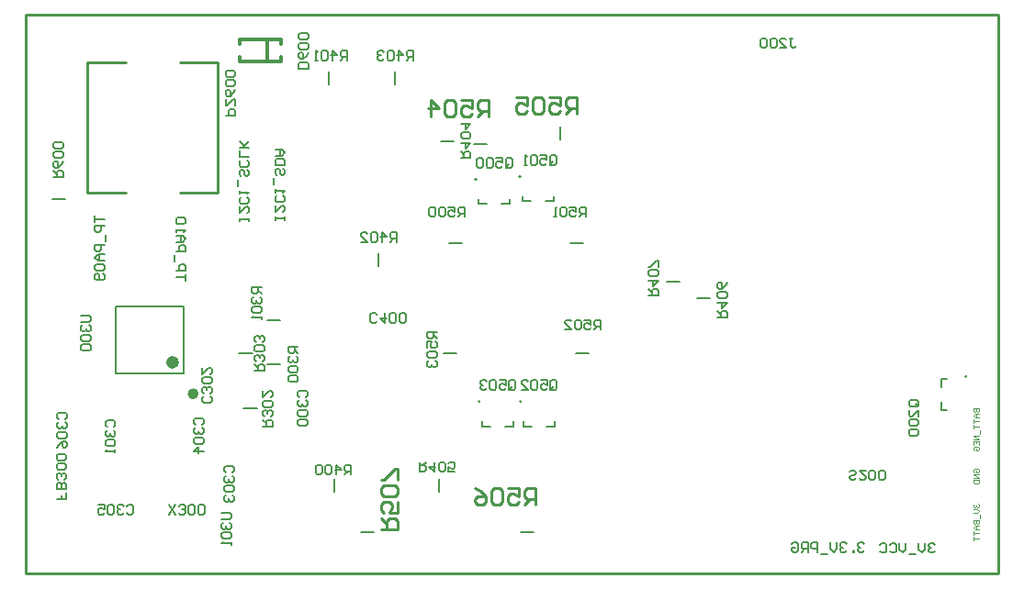
<source format=gbo>
G04 Layer_Color=32896*
%FSLAX25Y25*%
%MOIN*%
G70*
G01*
G75*
%ADD14C,0.01000*%
%ADD19C,0.00600*%
%ADD41C,0.02362*%
%ADD43C,0.00787*%
%ADD65C,0.01968*%
%ADD66C,0.00500*%
%ADD67C,0.01181*%
%ADD68C,0.00400*%
D14*
X55843Y138378D02*
X69622D01*
Y185622D01*
X55843D02*
X69622D01*
X22378Y138378D02*
X36158D01*
X22378D02*
Y185622D01*
X36158D01*
X129000Y16000D02*
X134998D01*
Y18999D01*
X133998Y19999D01*
X131999D01*
X130999Y18999D01*
Y16000D01*
Y17999D02*
X129000Y19999D01*
X134998Y25997D02*
Y21998D01*
X131999D01*
X132999Y23997D01*
Y24997D01*
X131999Y25997D01*
X130000D01*
X129000Y24997D01*
Y22998D01*
X130000Y21998D01*
X133998Y27996D02*
X134998Y28996D01*
Y30995D01*
X133998Y31995D01*
X130000D01*
X129000Y30995D01*
Y28996D01*
X130000Y27996D01*
X133998D01*
X134998Y33994D02*
Y37993D01*
X133998D01*
X130000Y33994D01*
X129000D01*
X184900Y25100D02*
Y31098D01*
X181901D01*
X180901Y30098D01*
Y28099D01*
X181901Y27099D01*
X184900D01*
X182901D02*
X180901Y25100D01*
X174903Y31098D02*
X178902D01*
Y28099D01*
X176903Y29099D01*
X175903D01*
X174903Y28099D01*
Y26100D01*
X175903Y25100D01*
X177902D01*
X178902Y26100D01*
X172904Y30098D02*
X171904Y31098D01*
X169905D01*
X168905Y30098D01*
Y26100D01*
X169905Y25100D01*
X171904D01*
X172904Y26100D01*
Y30098D01*
X162907Y31098D02*
X164907Y30098D01*
X166906Y28099D01*
Y26100D01*
X165906Y25100D01*
X163907D01*
X162907Y26100D01*
Y27099D01*
X163907Y28099D01*
X166906D01*
X200100Y166900D02*
Y172898D01*
X197101D01*
X196101Y171898D01*
Y169899D01*
X197101Y168899D01*
X200100D01*
X198101D02*
X196101Y166900D01*
X190103Y172898D02*
X194102D01*
Y169899D01*
X192103Y170899D01*
X191103D01*
X190103Y169899D01*
Y167900D01*
X191103Y166900D01*
X193102D01*
X194102Y167900D01*
X188104Y171898D02*
X187104Y172898D01*
X185105D01*
X184105Y171898D01*
Y167900D01*
X185105Y166900D01*
X187104D01*
X188104Y167900D01*
Y171898D01*
X178107Y172898D02*
X182106D01*
Y169899D01*
X180106Y170899D01*
X179107D01*
X178107Y169899D01*
Y167900D01*
X179107Y166900D01*
X181106D01*
X182106Y167900D01*
X167900Y166100D02*
Y172098D01*
X164901D01*
X163901Y171098D01*
Y169099D01*
X164901Y168099D01*
X167900D01*
X165901D02*
X163901Y166100D01*
X157903Y172098D02*
X161902D01*
Y169099D01*
X159903Y170099D01*
X158903D01*
X157903Y169099D01*
Y167100D01*
X158903Y166100D01*
X160902D01*
X161902Y167100D01*
X155904Y171098D02*
X154904Y172098D01*
X152905D01*
X151905Y171098D01*
Y167100D01*
X152905Y166100D01*
X154904D01*
X155904Y167100D01*
Y171098D01*
X146907Y166100D02*
Y172098D01*
X149906Y169099D01*
X145907D01*
X0Y0D02*
X353000D01*
X0D02*
Y203000D01*
X353000D01*
Y0D02*
Y203000D01*
D19*
X118000Y36000D02*
Y39499D01*
X116251D01*
X115667Y38916D01*
Y37749D01*
X116251Y37166D01*
X118000D01*
X116834D02*
X115667Y36000D01*
X112752D02*
Y39499D01*
X114501Y37749D01*
X112169D01*
X111002Y38916D02*
X110419Y39499D01*
X109253D01*
X108670Y38916D01*
Y36583D01*
X109253Y36000D01*
X110419D01*
X111002Y36583D01*
Y38916D01*
X107503D02*
X106920Y39499D01*
X105754D01*
X105171Y38916D01*
Y36583D01*
X105754Y36000D01*
X106920D01*
X107503Y36583D01*
Y38916D01*
X157906Y151000D02*
X161405D01*
Y152749D01*
X160822Y153333D01*
X159655D01*
X159072Y152749D01*
Y151000D01*
Y152166D02*
X157906Y153333D01*
Y156248D02*
X161405D01*
X159655Y154499D01*
Y156831D01*
X160822Y157998D02*
X161405Y158581D01*
Y159747D01*
X160822Y160330D01*
X158489D01*
X157906Y159747D01*
Y158581D01*
X158489Y157998D01*
X160822D01*
X157906Y163246D02*
X161405D01*
X159655Y161497D01*
Y163829D01*
X142969Y40500D02*
Y37001D01*
X144718D01*
X145301Y37584D01*
Y38751D01*
X144718Y39334D01*
X142969D01*
X144135D02*
X145301Y40500D01*
X148217D02*
Y37001D01*
X146468Y38751D01*
X148800D01*
X149967Y37584D02*
X150550Y37001D01*
X151716D01*
X152299Y37584D01*
Y39917D01*
X151716Y40500D01*
X150550D01*
X149967Y39917D01*
Y37584D01*
X155798Y37001D02*
X153465D01*
Y38751D01*
X154632Y38167D01*
X155215D01*
X155798Y38751D01*
Y39917D01*
X155215Y40500D01*
X154049D01*
X153465Y39917D01*
X251000Y93000D02*
X254499D01*
Y94749D01*
X253916Y95333D01*
X252749D01*
X252166Y94749D01*
Y93000D01*
Y94166D02*
X251000Y95333D01*
Y98248D02*
X254499D01*
X252749Y96499D01*
Y98831D01*
X253916Y99998D02*
X254499Y100581D01*
Y101747D01*
X253916Y102330D01*
X251583D01*
X251000Y101747D01*
Y100581D01*
X251583Y99998D01*
X253916D01*
X254499Y105829D02*
X253916Y104663D01*
X252749Y103497D01*
X251583D01*
X251000Y104080D01*
Y105246D01*
X251583Y105829D01*
X252166D01*
X252749Y105246D01*
Y103497D01*
X226000Y101000D02*
X229499D01*
Y102749D01*
X228916Y103333D01*
X227749D01*
X227166Y102749D01*
Y101000D01*
Y102166D02*
X226000Y103333D01*
Y106248D02*
X229499D01*
X227749Y104499D01*
Y106831D01*
X228916Y107998D02*
X229499Y108581D01*
Y109747D01*
X228916Y110330D01*
X226583D01*
X226000Y109747D01*
Y108581D01*
X226583Y107998D01*
X228916D01*
X229499Y111497D02*
Y113829D01*
X228916D01*
X226583Y111497D01*
X226000D01*
X127433Y91684D02*
X126849Y91101D01*
X125683D01*
X125100Y91684D01*
Y94017D01*
X125683Y94600D01*
X126849D01*
X127433Y94017D01*
X130348Y94600D02*
Y91101D01*
X128599Y92851D01*
X130931D01*
X132098Y91684D02*
X132681Y91101D01*
X133847D01*
X134430Y91684D01*
Y94017D01*
X133847Y94600D01*
X132681D01*
X132098Y94017D01*
Y91684D01*
X135597D02*
X136180Y91101D01*
X137346D01*
X137929Y91684D01*
Y94017D01*
X137346Y94600D01*
X136180D01*
X135597Y94017D01*
Y91684D01*
X52000Y21501D02*
X54333Y25000D01*
Y21501D02*
X52000Y25000D01*
X55499Y22084D02*
X56082Y21501D01*
X57248D01*
X57831Y22084D01*
Y22667D01*
X57248Y23251D01*
X56665D01*
X57248D01*
X57831Y23834D01*
Y24417D01*
X57248Y25000D01*
X56082D01*
X55499Y24417D01*
X58998Y22084D02*
X59581Y21501D01*
X60747D01*
X61330Y22084D01*
Y24417D01*
X60747Y25000D01*
X59581D01*
X58998Y24417D01*
Y22084D01*
X62497D02*
X63080Y21501D01*
X64246D01*
X64829Y22084D01*
Y24417D01*
X64246Y25000D01*
X63080D01*
X62497Y24417D01*
Y22084D01*
X71001Y22000D02*
X73917D01*
X74500Y21417D01*
Y20251D01*
X73917Y19667D01*
X71001D01*
X71584Y18501D02*
X71001Y17918D01*
Y16752D01*
X71584Y16169D01*
X72167D01*
X72751Y16752D01*
Y17335D01*
Y16752D01*
X73334Y16169D01*
X73917D01*
X74500Y16752D01*
Y17918D01*
X73917Y18501D01*
X71584Y15002D02*
X71001Y14419D01*
Y13253D01*
X71584Y12670D01*
X73917D01*
X74500Y13253D01*
Y14419D01*
X73917Y15002D01*
X71584D01*
X74500Y11503D02*
Y10337D01*
Y10920D01*
X71001D01*
X71584Y11503D01*
X20101Y93800D02*
X23017D01*
X23600Y93217D01*
Y92051D01*
X23017Y91467D01*
X20101D01*
X20684Y90301D02*
X20101Y89718D01*
Y88552D01*
X20684Y87969D01*
X21267D01*
X21851Y88552D01*
Y89135D01*
Y88552D01*
X22434Y87969D01*
X23017D01*
X23600Y88552D01*
Y89718D01*
X23017Y90301D01*
X20684Y86802D02*
X20101Y86219D01*
Y85053D01*
X20684Y84470D01*
X23017D01*
X23600Y85053D01*
Y86219D01*
X23017Y86802D01*
X20684D01*
Y83303D02*
X20101Y82720D01*
Y81554D01*
X20684Y80971D01*
X23017D01*
X23600Y81554D01*
Y82720D01*
X23017Y83303D01*
X20684D01*
X57999Y106500D02*
Y108833D01*
Y107666D01*
X54500D01*
Y109999D02*
X57999D01*
Y111748D01*
X57416Y112331D01*
X56249D01*
X55666Y111748D01*
Y109999D01*
X53917Y113498D02*
Y115830D01*
X54500Y116997D02*
X57999D01*
Y118746D01*
X57416Y119329D01*
X56249D01*
X55666Y118746D01*
Y116997D01*
X54500Y120495D02*
X56833D01*
X57999Y121662D01*
X56833Y122828D01*
X54500D01*
X56249D01*
Y120495D01*
X54500Y123994D02*
Y125161D01*
Y124577D01*
X57999D01*
X57416Y123994D01*
Y126910D02*
X57999Y127493D01*
Y128659D01*
X57416Y129243D01*
X55083D01*
X54500Y128659D01*
Y127493D01*
X55083Y126910D01*
X57416D01*
X25001Y129900D02*
Y127567D01*
Y128734D01*
X28500D01*
Y126401D02*
X25001D01*
Y124652D01*
X25584Y124069D01*
X26751D01*
X27334Y124652D01*
Y126401D01*
X29083Y122902D02*
Y120570D01*
X28500Y119403D02*
X25001D01*
Y117654D01*
X25584Y117071D01*
X26751D01*
X27334Y117654D01*
Y119403D01*
X28500Y115904D02*
X26167D01*
X25001Y114738D01*
X26167Y113572D01*
X28500D01*
X26751D01*
Y115904D01*
X25584Y112406D02*
X25001Y111822D01*
Y110656D01*
X25584Y110073D01*
X27917D01*
X28500Y110656D01*
Y111822D01*
X27917Y112406D01*
X25584D01*
X27917Y108907D02*
X28500Y108324D01*
Y107157D01*
X27917Y106574D01*
X25584D01*
X25001Y107157D01*
Y108324D01*
X25584Y108907D01*
X26167D01*
X26751Y108324D01*
Y106574D01*
X301333Y34584D02*
X300749Y34001D01*
X299583D01*
X299000Y34584D01*
Y35167D01*
X299583Y35751D01*
X300749D01*
X301333Y36334D01*
Y36917D01*
X300749Y37500D01*
X299583D01*
X299000Y36917D01*
X304831Y37500D02*
X302499D01*
X304831Y35167D01*
Y34584D01*
X304248Y34001D01*
X303082D01*
X302499Y34584D01*
X305998D02*
X306581Y34001D01*
X307747D01*
X308330Y34584D01*
Y36917D01*
X307747Y37500D01*
X306581D01*
X305998Y36917D01*
Y34584D01*
X309497D02*
X310080Y34001D01*
X311246D01*
X311829Y34584D01*
Y36917D01*
X311246Y37500D01*
X310080D01*
X309497Y36917D01*
Y34584D01*
X149200Y87800D02*
X145701D01*
Y86051D01*
X146284Y85467D01*
X147451D01*
X148034Y86051D01*
Y87800D01*
Y86634D02*
X149200Y85467D01*
X145701Y81969D02*
Y84301D01*
X147451D01*
X146867Y83135D01*
Y82552D01*
X147451Y81969D01*
X148617D01*
X149200Y82552D01*
Y83718D01*
X148617Y84301D01*
X146284Y80802D02*
X145701Y80219D01*
Y79053D01*
X146284Y78470D01*
X148617D01*
X149200Y79053D01*
Y80219D01*
X148617Y80802D01*
X146284D01*
Y77303D02*
X145701Y76720D01*
Y75554D01*
X146284Y74971D01*
X146867D01*
X147451Y75554D01*
Y76137D01*
Y75554D01*
X148034Y74971D01*
X148617D01*
X149200Y75554D01*
Y76720D01*
X148617Y77303D01*
X208600Y88700D02*
Y92199D01*
X206851D01*
X206267Y91616D01*
Y90449D01*
X206851Y89866D01*
X208600D01*
X207434D02*
X206267Y88700D01*
X202769Y92199D02*
X205101D01*
Y90449D01*
X203935Y91033D01*
X203352D01*
X202769Y90449D01*
Y89283D01*
X203352Y88700D01*
X204518D01*
X205101Y89283D01*
X201602Y91616D02*
X201019Y92199D01*
X199853D01*
X199270Y91616D01*
Y89283D01*
X199853Y88700D01*
X201019D01*
X201602Y89283D01*
Y91616D01*
X195771Y88700D02*
X198103D01*
X195771Y91033D01*
Y91616D01*
X196354Y92199D01*
X197520D01*
X198103Y91616D01*
X203300Y129700D02*
Y133199D01*
X201551D01*
X200967Y132616D01*
Y131449D01*
X201551Y130866D01*
X203300D01*
X202134D02*
X200967Y129700D01*
X197469Y133199D02*
X199801D01*
Y131449D01*
X198635Y132033D01*
X198052D01*
X197469Y131449D01*
Y130283D01*
X198052Y129700D01*
X199218D01*
X199801Y130283D01*
X196302Y132616D02*
X195719Y133199D01*
X194553D01*
X193970Y132616D01*
Y130283D01*
X194553Y129700D01*
X195719D01*
X196302Y130283D01*
Y132616D01*
X192803Y129700D02*
X191637D01*
X192220D01*
Y133199D01*
X192803Y132616D01*
X159300Y129700D02*
Y133199D01*
X157551D01*
X156967Y132616D01*
Y131449D01*
X157551Y130866D01*
X159300D01*
X158134D02*
X156967Y129700D01*
X153469Y133199D02*
X155801D01*
Y131449D01*
X154635Y132033D01*
X154052D01*
X153469Y131449D01*
Y130283D01*
X154052Y129700D01*
X155218D01*
X155801Y130283D01*
X152302Y132616D02*
X151719Y133199D01*
X150553D01*
X149970Y132616D01*
Y130283D01*
X150553Y129700D01*
X151719D01*
X152302Y130283D01*
Y132616D01*
X148803D02*
X148220Y133199D01*
X147054D01*
X146471Y132616D01*
Y130283D01*
X147054Y129700D01*
X148220D01*
X148803Y130283D01*
Y132616D01*
X140500Y186500D02*
Y189999D01*
X138751D01*
X138167Y189416D01*
Y188249D01*
X138751Y187666D01*
X140500D01*
X139334D02*
X138167Y186500D01*
X135252D02*
Y189999D01*
X137001Y188249D01*
X134669D01*
X133502Y189416D02*
X132919Y189999D01*
X131753D01*
X131170Y189416D01*
Y187083D01*
X131753Y186500D01*
X132919D01*
X133502Y187083D01*
Y189416D01*
X130003D02*
X129420Y189999D01*
X128254D01*
X127671Y189416D01*
Y188833D01*
X128254Y188249D01*
X128837D01*
X128254D01*
X127671Y187666D01*
Y187083D01*
X128254Y186500D01*
X129420D01*
X130003Y187083D01*
X134500Y120500D02*
Y123999D01*
X132751D01*
X132167Y123416D01*
Y122249D01*
X132751Y121666D01*
X134500D01*
X133334D02*
X132167Y120500D01*
X129252D02*
Y123999D01*
X131001Y122249D01*
X128669D01*
X127502Y123416D02*
X126919Y123999D01*
X125753D01*
X125170Y123416D01*
Y121083D01*
X125753Y120500D01*
X126919D01*
X127502Y121083D01*
Y123416D01*
X121671Y120500D02*
X124003D01*
X121671Y122833D01*
Y123416D01*
X122254Y123999D01*
X123420D01*
X124003Y123416D01*
X116500Y186500D02*
Y189999D01*
X114751D01*
X114167Y189416D01*
Y188249D01*
X114751Y187666D01*
X116500D01*
X115334D02*
X114167Y186500D01*
X111252D02*
Y189999D01*
X113001Y188249D01*
X110669D01*
X109502Y189416D02*
X108919Y189999D01*
X107753D01*
X107170Y189416D01*
Y187083D01*
X107753Y186500D01*
X108919D01*
X109502Y187083D01*
Y189416D01*
X106003Y186500D02*
X104837D01*
X105420D01*
Y189999D01*
X106003Y189416D01*
X83100Y73600D02*
X86599D01*
Y75349D01*
X86016Y75933D01*
X84849D01*
X84266Y75349D01*
Y73600D01*
Y74766D02*
X83100Y75933D01*
X86016Y77099D02*
X86599Y77682D01*
Y78848D01*
X86016Y79431D01*
X85433D01*
X84849Y78848D01*
Y78265D01*
Y78848D01*
X84266Y79431D01*
X83683D01*
X83100Y78848D01*
Y77682D01*
X83683Y77099D01*
X86016Y80598D02*
X86599Y81181D01*
Y82347D01*
X86016Y82930D01*
X83683D01*
X83100Y82347D01*
Y81181D01*
X83683Y80598D01*
X86016D01*
Y84097D02*
X86599Y84680D01*
Y85846D01*
X86016Y86429D01*
X85433D01*
X84849Y85846D01*
Y85263D01*
Y85846D01*
X84266Y86429D01*
X83683D01*
X83100Y85846D01*
Y84680D01*
X83683Y84097D01*
X86000Y53500D02*
X89499D01*
Y55249D01*
X88916Y55833D01*
X87749D01*
X87166Y55249D01*
Y53500D01*
Y54666D02*
X86000Y55833D01*
X88916Y56999D02*
X89499Y57582D01*
Y58748D01*
X88916Y59331D01*
X88333D01*
X87749Y58748D01*
Y58165D01*
Y58748D01*
X87166Y59331D01*
X86583D01*
X86000Y58748D01*
Y57582D01*
X86583Y56999D01*
X88916Y60498D02*
X89499Y61081D01*
Y62247D01*
X88916Y62830D01*
X86583D01*
X86000Y62247D01*
Y61081D01*
X86583Y60498D01*
X88916D01*
X86000Y66329D02*
Y63997D01*
X88333Y66329D01*
X88916D01*
X89499Y65746D01*
Y64580D01*
X88916Y63997D01*
X85500Y104000D02*
X82001D01*
Y102251D01*
X82584Y101667D01*
X83751D01*
X84334Y102251D01*
Y104000D01*
Y102834D02*
X85500Y101667D01*
X82584Y100501D02*
X82001Y99918D01*
Y98752D01*
X82584Y98169D01*
X83167D01*
X83751Y98752D01*
Y99335D01*
Y98752D01*
X84334Y98169D01*
X84917D01*
X85500Y98752D01*
Y99918D01*
X84917Y100501D01*
X82584Y97002D02*
X82001Y96419D01*
Y95253D01*
X82584Y94670D01*
X84917D01*
X85500Y95253D01*
Y96419D01*
X84917Y97002D01*
X82584D01*
X85500Y93503D02*
Y92337D01*
Y92920D01*
X82001D01*
X82584Y93503D01*
X98800Y82400D02*
X95301D01*
Y80651D01*
X95884Y80067D01*
X97051D01*
X97634Y80651D01*
Y82400D01*
Y81234D02*
X98800Y80067D01*
X95884Y78901D02*
X95301Y78318D01*
Y77152D01*
X95884Y76569D01*
X96467D01*
X97051Y77152D01*
Y77735D01*
Y77152D01*
X97634Y76569D01*
X98217D01*
X98800Y77152D01*
Y78318D01*
X98217Y78901D01*
X95884Y75402D02*
X95301Y74819D01*
Y73653D01*
X95884Y73070D01*
X98217D01*
X98800Y73653D01*
Y74819D01*
X98217Y75402D01*
X95884D01*
Y71903D02*
X95301Y71320D01*
Y70154D01*
X95884Y69571D01*
X98217D01*
X98800Y70154D01*
Y71320D01*
X98217Y71903D01*
X95884D01*
X175427Y67343D02*
Y69676D01*
X176010Y70259D01*
X177177D01*
X177760Y69676D01*
Y67343D01*
X177177Y66760D01*
X176010D01*
X176594Y67926D02*
X175427Y66760D01*
X176010D02*
X175427Y67343D01*
X171928Y70259D02*
X174261D01*
Y68509D01*
X173095Y69092D01*
X172512D01*
X171928Y68509D01*
Y67343D01*
X172512Y66760D01*
X173678D01*
X174261Y67343D01*
X170762Y69676D02*
X170179Y70259D01*
X169013D01*
X168430Y69676D01*
Y67343D01*
X169013Y66760D01*
X170179D01*
X170762Y67343D01*
Y69676D01*
X167263D02*
X166680Y70259D01*
X165514D01*
X164931Y69676D01*
Y69092D01*
X165514Y68509D01*
X166097D01*
X165514D01*
X164931Y67926D01*
Y67343D01*
X165514Y66760D01*
X166680D01*
X167263Y67343D01*
X190427D02*
Y69676D01*
X191010Y70259D01*
X192177D01*
X192760Y69676D01*
Y67343D01*
X192177Y66760D01*
X191010D01*
X191594Y67926D02*
X190427Y66760D01*
X191010D02*
X190427Y67343D01*
X186928Y70259D02*
X189261D01*
Y68509D01*
X188095Y69092D01*
X187512D01*
X186928Y68509D01*
Y67343D01*
X187512Y66760D01*
X188678D01*
X189261Y67343D01*
X185762Y69676D02*
X185179Y70259D01*
X184013D01*
X183430Y69676D01*
Y67343D01*
X184013Y66760D01*
X185179D01*
X185762Y67343D01*
Y69676D01*
X179931Y66760D02*
X182263D01*
X179931Y69092D01*
Y69676D01*
X180514Y70259D01*
X181680D01*
X182263Y69676D01*
X190167Y149083D02*
Y151416D01*
X190751Y151999D01*
X191917D01*
X192500Y151416D01*
Y149083D01*
X191917Y148500D01*
X190751D01*
X191334Y149666D02*
X190167Y148500D01*
X190751D02*
X190167Y149083D01*
X186669Y151999D02*
X189001D01*
Y150249D01*
X187835Y150833D01*
X187252D01*
X186669Y150249D01*
Y149083D01*
X187252Y148500D01*
X188418D01*
X189001Y149083D01*
X185502Y151416D02*
X184919Y151999D01*
X183753D01*
X183170Y151416D01*
Y149083D01*
X183753Y148500D01*
X184919D01*
X185502Y149083D01*
Y151416D01*
X182003Y148500D02*
X180837D01*
X181420D01*
Y151999D01*
X182003Y151416D01*
X174167Y148083D02*
Y150416D01*
X174751Y150999D01*
X175917D01*
X176500Y150416D01*
Y148083D01*
X175917Y147500D01*
X174751D01*
X175334Y148666D02*
X174167Y147500D01*
X174751D02*
X174167Y148083D01*
X170669Y150999D02*
X173001D01*
Y149249D01*
X171835Y149833D01*
X171252D01*
X170669Y149249D01*
Y148083D01*
X171252Y147500D01*
X172418D01*
X173001Y148083D01*
X169502Y150416D02*
X168919Y150999D01*
X167753D01*
X167170Y150416D01*
Y148083D01*
X167753Y147500D01*
X168919D01*
X169502Y148083D01*
Y150416D01*
X166003D02*
X165420Y150999D01*
X164254D01*
X163671Y150416D01*
Y148083D01*
X164254Y147500D01*
X165420D01*
X166003Y148083D01*
Y150416D01*
X323417Y60667D02*
X321084D01*
X320501Y61251D01*
Y62417D01*
X321084Y63000D01*
X323417D01*
X324000Y62417D01*
Y61251D01*
X322834Y61834D02*
X324000Y60667D01*
Y61251D02*
X323417Y60667D01*
X324000Y57169D02*
Y59501D01*
X321667Y57169D01*
X321084D01*
X320501Y57752D01*
Y58918D01*
X321084Y59501D01*
Y56002D02*
X320501Y55419D01*
Y54253D01*
X321084Y53670D01*
X323417D01*
X324000Y54253D01*
Y55419D01*
X323417Y56002D01*
X321084D01*
Y52503D02*
X320501Y51920D01*
Y50754D01*
X321084Y50171D01*
X323417D01*
X324000Y50754D01*
Y51920D01*
X323417Y52503D01*
X321084D01*
X277167Y194499D02*
X278334D01*
X277751D01*
Y191583D01*
X278334Y191000D01*
X278917D01*
X279500Y191583D01*
X273669Y191000D02*
X276001D01*
X273669Y193333D01*
Y193916D01*
X274252Y194499D01*
X275418D01*
X276001Y193916D01*
X272502D02*
X271919Y194499D01*
X270753D01*
X270170Y193916D01*
Y191583D01*
X270753Y191000D01*
X271919D01*
X272502Y191583D01*
Y193916D01*
X269003D02*
X268420Y194499D01*
X267254D01*
X266671Y193916D01*
Y191583D01*
X267254Y191000D01*
X268420D01*
X269003Y191583D01*
Y193916D01*
X14699Y29533D02*
Y27200D01*
X12949D01*
Y28366D01*
Y27200D01*
X11200D01*
X14699Y30699D02*
X11200D01*
Y32448D01*
X11783Y33031D01*
X12366D01*
X12949Y32448D01*
Y30699D01*
Y32448D01*
X13533Y33031D01*
X14116D01*
X14699Y32448D01*
Y30699D01*
X14116Y34198D02*
X14699Y34781D01*
Y35947D01*
X14116Y36530D01*
X13533D01*
X12949Y35947D01*
Y35364D01*
Y35947D01*
X12366Y36530D01*
X11783D01*
X11200Y35947D01*
Y34781D01*
X11783Y34198D01*
X14116Y37697D02*
X14699Y38280D01*
Y39446D01*
X14116Y40029D01*
X11783D01*
X11200Y39446D01*
Y38280D01*
X11783Y37697D01*
X14116D01*
Y41195D02*
X14699Y41779D01*
Y42945D01*
X14116Y43528D01*
X11783D01*
X11200Y42945D01*
Y41779D01*
X11783Y41195D01*
X14116D01*
X11984Y56214D02*
X11401Y56797D01*
Y57963D01*
X11984Y58547D01*
X14317D01*
X14900Y57963D01*
Y56797D01*
X14317Y56214D01*
X11984Y55048D02*
X11401Y54464D01*
Y53298D01*
X11984Y52715D01*
X12567D01*
X13151Y53298D01*
Y53881D01*
Y53298D01*
X13734Y52715D01*
X14317D01*
X14900Y53298D01*
Y54464D01*
X14317Y55048D01*
X11984Y51549D02*
X11401Y50966D01*
Y49799D01*
X11984Y49216D01*
X14317D01*
X14900Y49799D01*
Y50966D01*
X14317Y51549D01*
X11984D01*
X11401Y45717D02*
X11984Y46884D01*
X13151Y48050D01*
X14317D01*
X14900Y47467D01*
Y46300D01*
X14317Y45717D01*
X13734D01*
X13151Y46300D01*
Y48050D01*
X36667Y24416D02*
X37251Y24999D01*
X38417D01*
X39000Y24416D01*
Y22083D01*
X38417Y21500D01*
X37251D01*
X36667Y22083D01*
X35501Y24416D02*
X34918Y24999D01*
X33752D01*
X33169Y24416D01*
Y23833D01*
X33752Y23249D01*
X34335D01*
X33752D01*
X33169Y22666D01*
Y22083D01*
X33752Y21500D01*
X34918D01*
X35501Y22083D01*
X32002Y24416D02*
X31419Y24999D01*
X30253D01*
X29670Y24416D01*
Y22083D01*
X30253Y21500D01*
X31419D01*
X32002Y22083D01*
Y24416D01*
X26171Y24999D02*
X28503D01*
Y23249D01*
X27337Y23833D01*
X26754D01*
X26171Y23249D01*
Y22083D01*
X26754Y21500D01*
X27920D01*
X28503Y22083D01*
X61584Y54167D02*
X61001Y54751D01*
Y55917D01*
X61584Y56500D01*
X63917D01*
X64500Y55917D01*
Y54751D01*
X63917Y54167D01*
X61584Y53001D02*
X61001Y52418D01*
Y51252D01*
X61584Y50669D01*
X62167D01*
X62751Y51252D01*
Y51835D01*
Y51252D01*
X63334Y50669D01*
X63917D01*
X64500Y51252D01*
Y52418D01*
X63917Y53001D01*
X61584Y49502D02*
X61001Y48919D01*
Y47753D01*
X61584Y47170D01*
X63917D01*
X64500Y47753D01*
Y48919D01*
X63917Y49502D01*
X61584D01*
X64500Y44254D02*
X61001D01*
X62751Y46003D01*
Y43671D01*
X74916Y36667D02*
X75499Y37251D01*
Y38417D01*
X74916Y39000D01*
X72583D01*
X72000Y38417D01*
Y37251D01*
X72583Y36667D01*
X74916Y35501D02*
X75499Y34918D01*
Y33752D01*
X74916Y33169D01*
X74333D01*
X73749Y33752D01*
Y34335D01*
Y33752D01*
X73166Y33169D01*
X72583D01*
X72000Y33752D01*
Y34918D01*
X72583Y35501D01*
X74916Y32002D02*
X75499Y31419D01*
Y30253D01*
X74916Y29670D01*
X72583D01*
X72000Y30253D01*
Y31419D01*
X72583Y32002D01*
X74916D01*
Y28503D02*
X75499Y27920D01*
Y26754D01*
X74916Y26171D01*
X74333D01*
X73749Y26754D01*
Y27337D01*
Y26754D01*
X73166Y26171D01*
X72583D01*
X72000Y26754D01*
Y27920D01*
X72583Y28503D01*
X66916Y64333D02*
X67499Y63749D01*
Y62583D01*
X66916Y62000D01*
X64583D01*
X64000Y62583D01*
Y63749D01*
X64583Y64333D01*
X66916Y65499D02*
X67499Y66082D01*
Y67248D01*
X66916Y67831D01*
X66333D01*
X65749Y67248D01*
Y66665D01*
Y67248D01*
X65166Y67831D01*
X64583D01*
X64000Y67248D01*
Y66082D01*
X64583Y65499D01*
X66916Y68998D02*
X67499Y69581D01*
Y70747D01*
X66916Y71330D01*
X64583D01*
X64000Y70747D01*
Y69581D01*
X64583Y68998D01*
X66916D01*
X64000Y74829D02*
Y72497D01*
X66333Y74829D01*
X66916D01*
X67499Y74246D01*
Y73080D01*
X66916Y72497D01*
X29484Y53267D02*
X28901Y53851D01*
Y55017D01*
X29484Y55600D01*
X31817D01*
X32400Y55017D01*
Y53851D01*
X31817Y53267D01*
X29484Y52101D02*
X28901Y51518D01*
Y50352D01*
X29484Y49768D01*
X30067D01*
X30651Y50352D01*
Y50935D01*
Y50352D01*
X31234Y49768D01*
X31817D01*
X32400Y50352D01*
Y51518D01*
X31817Y52101D01*
X29484Y48602D02*
X28901Y48019D01*
Y46853D01*
X29484Y46270D01*
X31817D01*
X32400Y46853D01*
Y48019D01*
X31817Y48602D01*
X29484D01*
X32400Y45103D02*
Y43937D01*
Y44520D01*
X28901D01*
X29484Y45103D01*
X99284Y64167D02*
X98701Y64751D01*
Y65917D01*
X99284Y66500D01*
X101617D01*
X102200Y65917D01*
Y64751D01*
X101617Y64167D01*
X99284Y63001D02*
X98701Y62418D01*
Y61252D01*
X99284Y60669D01*
X99867D01*
X100451Y61252D01*
Y61835D01*
Y61252D01*
X101034Y60669D01*
X101617D01*
X102200Y61252D01*
Y62418D01*
X101617Y63001D01*
X99284Y59502D02*
X98701Y58919D01*
Y57753D01*
X99284Y57170D01*
X101617D01*
X102200Y57753D01*
Y58919D01*
X101617Y59502D01*
X99284D01*
Y56003D02*
X98701Y55420D01*
Y54254D01*
X99284Y53671D01*
X101617D01*
X102200Y54254D01*
Y55420D01*
X101617Y56003D01*
X99284D01*
X10000Y144000D02*
X13499D01*
Y145749D01*
X12916Y146333D01*
X11749D01*
X11166Y145749D01*
Y144000D01*
Y145166D02*
X10000Y146333D01*
X13499Y149831D02*
X12916Y148665D01*
X11749Y147499D01*
X10583D01*
X10000Y148082D01*
Y149248D01*
X10583Y149831D01*
X11166D01*
X11749Y149248D01*
Y147499D01*
X12916Y150998D02*
X13499Y151581D01*
Y152747D01*
X12916Y153330D01*
X10583D01*
X10000Y152747D01*
Y151581D01*
X10583Y150998D01*
X12916D01*
Y154497D02*
X13499Y155080D01*
Y156246D01*
X12916Y156829D01*
X10583D01*
X10000Y156246D01*
Y155080D01*
X10583Y154497D01*
X12916D01*
X72500Y166500D02*
X75999D01*
Y168249D01*
X75416Y168833D01*
X74249D01*
X73666Y168249D01*
Y166500D01*
X75999Y169999D02*
Y172331D01*
X75416D01*
X73083Y169999D01*
X72500D01*
Y172331D01*
X75999Y175830D02*
X75416Y174664D01*
X74249Y173498D01*
X73083D01*
X72500Y174081D01*
Y175247D01*
X73083Y175830D01*
X73666D01*
X74249Y175247D01*
Y173498D01*
X75416Y176997D02*
X75999Y177580D01*
Y178746D01*
X75416Y179329D01*
X73083D01*
X72500Y178746D01*
Y177580D01*
X73083Y176997D01*
X75416D01*
Y180496D02*
X75999Y181079D01*
Y182245D01*
X75416Y182828D01*
X73083D01*
X72500Y182245D01*
Y181079D01*
X73083Y180496D01*
X75416D01*
X102499Y183500D02*
X99000D01*
Y185249D01*
X99583Y185833D01*
X101916D01*
X102499Y185249D01*
Y183500D01*
Y189331D02*
X101916Y188165D01*
X100749Y186999D01*
X99583D01*
X99000Y187582D01*
Y188748D01*
X99583Y189331D01*
X100166D01*
X100749Y188748D01*
Y186999D01*
X101916Y190498D02*
X102499Y191081D01*
Y192247D01*
X101916Y192830D01*
X99583D01*
X99000Y192247D01*
Y191081D01*
X99583Y190498D01*
X101916D01*
Y193997D02*
X102499Y194580D01*
Y195746D01*
X101916Y196329D01*
X99583D01*
X99000Y195746D01*
Y194580D01*
X99583Y193997D01*
X101916D01*
X93999Y128500D02*
Y129666D01*
Y129083D01*
X90500D01*
Y128500D01*
Y129666D01*
Y133748D02*
Y131416D01*
X92833Y133748D01*
X93416D01*
X93999Y133165D01*
Y131999D01*
X93416Y131416D01*
Y137247D02*
X93999Y136664D01*
Y135498D01*
X93416Y134915D01*
X91083D01*
X90500Y135498D01*
Y136664D01*
X91083Y137247D01*
X90500Y138414D02*
Y139580D01*
Y138997D01*
X93999D01*
X93416Y138414D01*
X89917Y141329D02*
Y143662D01*
X93416Y147161D02*
X93999Y146578D01*
Y145411D01*
X93416Y144828D01*
X92833D01*
X92249Y145411D01*
Y146578D01*
X91666Y147161D01*
X91083D01*
X90500Y146578D01*
Y145411D01*
X91083Y144828D01*
X93999Y148327D02*
X90500D01*
Y150076D01*
X91083Y150660D01*
X93416D01*
X93999Y150076D01*
Y148327D01*
X90500Y151826D02*
X92833D01*
X93999Y152992D01*
X92833Y154158D01*
X90500D01*
X92249D01*
Y151826D01*
X80999Y128000D02*
Y129166D01*
Y128583D01*
X77500D01*
Y128000D01*
Y129166D01*
Y133248D02*
Y130916D01*
X79833Y133248D01*
X80416D01*
X80999Y132665D01*
Y131499D01*
X80416Y130916D01*
Y136747D02*
X80999Y136164D01*
Y134998D01*
X80416Y134415D01*
X78083D01*
X77500Y134998D01*
Y136164D01*
X78083Y136747D01*
X77500Y137914D02*
Y139080D01*
Y138497D01*
X80999D01*
X80416Y137914D01*
X76917Y140829D02*
Y143162D01*
X80416Y146661D02*
X80999Y146078D01*
Y144911D01*
X80416Y144328D01*
X79833D01*
X79249Y144911D01*
Y146078D01*
X78666Y146661D01*
X78083D01*
X77500Y146078D01*
Y144911D01*
X78083Y144328D01*
X80416Y150160D02*
X80999Y149576D01*
Y148410D01*
X80416Y147827D01*
X78083D01*
X77500Y148410D01*
Y149576D01*
X78083Y150160D01*
X80999Y151326D02*
X77500D01*
Y153658D01*
X80999Y154825D02*
X77500D01*
X78666D01*
X80999Y157157D01*
X79249Y155408D01*
X77500Y157157D01*
X329900Y10516D02*
X329317Y11099D01*
X328151D01*
X327567Y10516D01*
Y9933D01*
X328151Y9349D01*
X328734D01*
X328151D01*
X327567Y8766D01*
Y8183D01*
X328151Y7600D01*
X329317D01*
X329900Y8183D01*
X326401Y11099D02*
Y8766D01*
X325235Y7600D01*
X324069Y8766D01*
Y11099D01*
X322902Y7017D02*
X320570D01*
X319403Y11099D02*
Y8766D01*
X318237Y7600D01*
X317071Y8766D01*
Y11099D01*
X313572Y10516D02*
X314155Y11099D01*
X315321D01*
X315904Y10516D01*
Y8183D01*
X315321Y7600D01*
X314155D01*
X313572Y8183D01*
X310073Y10516D02*
X310656Y11099D01*
X311823D01*
X312406Y10516D01*
Y8183D01*
X311823Y7600D01*
X310656D01*
X310073Y8183D01*
X304300Y10716D02*
X303717Y11299D01*
X302551D01*
X301967Y10716D01*
Y10133D01*
X302551Y9549D01*
X303134D01*
X302551D01*
X301967Y8966D01*
Y8383D01*
X302551Y7800D01*
X303717D01*
X304300Y8383D01*
X300801Y7800D02*
Y8383D01*
X300218D01*
Y7800D01*
X300801D01*
X297885Y10716D02*
X297302Y11299D01*
X296136D01*
X295553Y10716D01*
Y10133D01*
X296136Y9549D01*
X296719D01*
X296136D01*
X295553Y8966D01*
Y8383D01*
X296136Y7800D01*
X297302D01*
X297885Y8383D01*
X294387Y11299D02*
Y8966D01*
X293220Y7800D01*
X292054Y8966D01*
Y11299D01*
X290888Y7217D02*
X288555D01*
X287389Y7800D02*
Y11299D01*
X285639D01*
X285056Y10716D01*
Y9549D01*
X285639Y8966D01*
X287389D01*
X283890Y7800D02*
Y11299D01*
X282140D01*
X281557Y10716D01*
Y9549D01*
X282140Y8966D01*
X283890D01*
X282724D02*
X281557Y7800D01*
X278059Y10716D02*
X278642Y11299D01*
X279808D01*
X280391Y10716D01*
Y8383D01*
X279808Y7800D01*
X278642D01*
X278059Y8383D01*
Y9549D01*
X279225D01*
D41*
X54449Y76732D02*
G03*
X54449Y76732I-1181J0D01*
G01*
D43*
X112000Y29638D02*
Y34362D01*
X121638Y15000D02*
X126362D01*
X179638D02*
X184362D01*
X194000Y157638D02*
Y162362D01*
X162638Y156000D02*
X167362D01*
X150638Y157000D02*
X155362D01*
X149969Y29638D02*
Y34362D01*
X243638Y100031D02*
X248362D01*
X232638Y106000D02*
X237362D01*
X32795Y72795D02*
X57205D01*
X32795Y97205D02*
X57205D01*
Y72795D02*
Y97205D01*
X32795Y72795D02*
Y97205D01*
X77438Y80000D02*
X82162D01*
X79138Y60000D02*
X83862D01*
X87638Y92000D02*
X92362D01*
X87638Y76000D02*
X92362D01*
X9638Y136000D02*
X14362D01*
X197638Y120000D02*
X202362D01*
X153638D02*
X158362D01*
X110000Y177638D02*
Y182362D01*
X134000Y177638D02*
Y182362D01*
X128000Y111638D02*
Y116362D01*
X151638Y80000D02*
X156362D01*
X199638D02*
X204362D01*
D65*
X61732Y65315D02*
G03*
X61732Y65315I-984J0D01*
G01*
D66*
X179817Y62461D02*
G03*
X179817Y62461I-250J0D01*
G01*
X164817D02*
G03*
X164817Y62461I-250J0D01*
G01*
X163557Y143201D02*
G03*
X163557Y143201I-250J0D01*
G01*
X179557Y144201D02*
G03*
X179557Y144201I-250J0D01*
G01*
X341451Y71693D02*
G03*
X341451Y71693I-250J0D01*
G01*
X191969Y53504D02*
Y55472D01*
X180551Y53504D02*
Y55472D01*
Y53504D02*
X183504D01*
X189016D02*
X191969D01*
X176969D02*
Y55472D01*
X165551Y53504D02*
Y55472D01*
Y53504D02*
X168504D01*
X174016D02*
X176969D01*
X175709Y134244D02*
Y136213D01*
X164291Y134244D02*
Y136213D01*
Y134244D02*
X167244D01*
X172756D02*
X175709D01*
X191709Y135244D02*
Y137213D01*
X180291Y135244D02*
Y137213D01*
Y135244D02*
X183244D01*
X188756D02*
X191709D01*
X332244Y59291D02*
X334213D01*
X332244Y70709D02*
X334213D01*
X332244Y67756D02*
Y70709D01*
Y59291D02*
Y62244D01*
D67*
X77803Y186063D02*
Y187638D01*
Y186063D02*
X92764D01*
Y187638D01*
Y192362D02*
Y193937D01*
X77803D02*
X92764D01*
X77803Y192362D02*
Y193937D01*
X87646Y186063D02*
Y193937D01*
D68*
X344101Y60200D02*
X346100D01*
Y59200D01*
X345767Y58867D01*
X345434D01*
X345100Y59200D01*
Y60200D01*
Y59200D01*
X344767Y58867D01*
X344434D01*
X344101Y59200D01*
Y60200D01*
X346100Y58201D02*
X344767D01*
X344101Y57534D01*
X344767Y56868D01*
X346100D01*
X345100D01*
Y58201D01*
X344101Y56201D02*
Y54868D01*
Y55535D01*
X346100D01*
X344101Y54202D02*
Y52869D01*
Y53535D01*
X346100D01*
X346433Y52203D02*
Y50870D01*
X346100Y50203D02*
X344101D01*
X346100Y48870D01*
X344101D01*
Y46871D02*
Y48204D01*
X346100D01*
Y46871D01*
X345100Y48204D02*
Y47537D01*
X344434Y44872D02*
X344101Y45205D01*
Y45871D01*
X344434Y46205D01*
X345767D01*
X346100Y45871D01*
Y45205D01*
X345767Y44872D01*
X345100D01*
Y45538D01*
X344234Y36567D02*
X343901Y36900D01*
Y37567D01*
X344234Y37900D01*
X345567D01*
X345900Y37567D01*
Y36900D01*
X345567Y36567D01*
X344900D01*
Y37234D01*
X345900Y35901D02*
X343901D01*
X345900Y34568D01*
X343901D01*
Y33901D02*
X345900D01*
Y32902D01*
X345567Y32568D01*
X344234D01*
X343901Y32902D01*
Y33901D01*
X344334Y25500D02*
X344001Y25167D01*
Y24500D01*
X344334Y24167D01*
X344667D01*
X345000Y24500D01*
Y24834D01*
Y24500D01*
X345334Y24167D01*
X345667D01*
X346000Y24500D01*
Y25167D01*
X345667Y25500D01*
X344001Y23501D02*
X345334D01*
X346000Y22834D01*
X345334Y22168D01*
X344001D01*
X346333Y21501D02*
Y20168D01*
X344001Y19502D02*
X346000D01*
Y18502D01*
X345667Y18169D01*
X345334D01*
X345000Y18502D01*
Y19502D01*
Y18502D01*
X344667Y18169D01*
X344334D01*
X344001Y18502D01*
Y19502D01*
X346000Y17503D02*
X344667D01*
X344001Y16836D01*
X344667Y16170D01*
X346000D01*
X345000D01*
Y17503D01*
X344001Y15503D02*
Y14170D01*
Y14837D01*
X346000D01*
X344001Y13504D02*
Y12171D01*
Y12837D01*
X346000D01*
M02*

</source>
